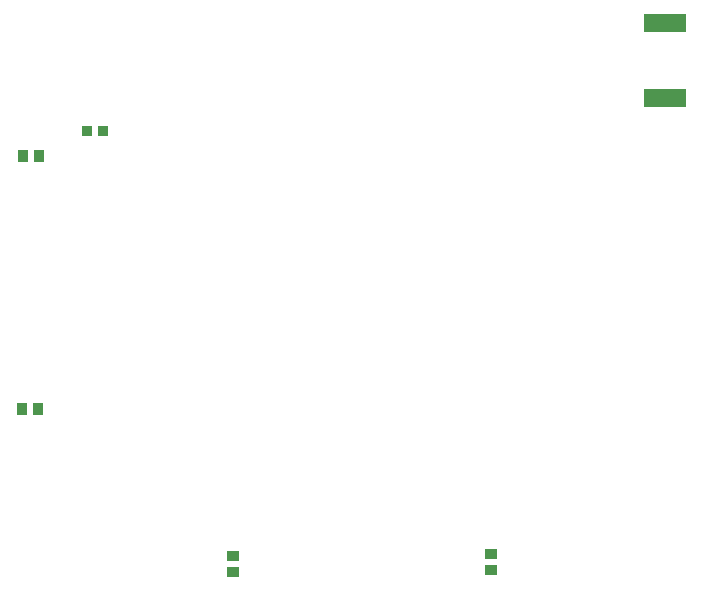
<source format=gbp>
G04*
G04 #@! TF.GenerationSoftware,Altium Limited,Altium Designer,24.4.1 (13)*
G04*
G04 Layer_Color=128*
%FSLAX44Y44*%
%MOMM*%
G71*
G04*
G04 #@! TF.SameCoordinates,1D3D786A-4C35-496E-9A10-02EDD5D57B8C*
G04*
G04*
G04 #@! TF.FilePolarity,Positive*
G04*
G01*
G75*
%ADD23R,0.9000X1.0000*%
%ADD29R,0.8500X0.9500*%
%ADD31R,1.0000X0.9000*%
%ADD91R,3.6500X1.6000*%
D23*
X-186750Y207000D02*
D03*
X-173250D02*
D03*
X-187750Y-7000D02*
D03*
X-174250D02*
D03*
D29*
X-132500Y228000D02*
D03*
X-119500D02*
D03*
D31*
X209000Y-143750D02*
D03*
Y-130250D02*
D03*
X-9000Y-144750D02*
D03*
Y-131250D02*
D03*
D91*
X357000Y256250D02*
D03*
Y319750D02*
D03*
M02*

</source>
